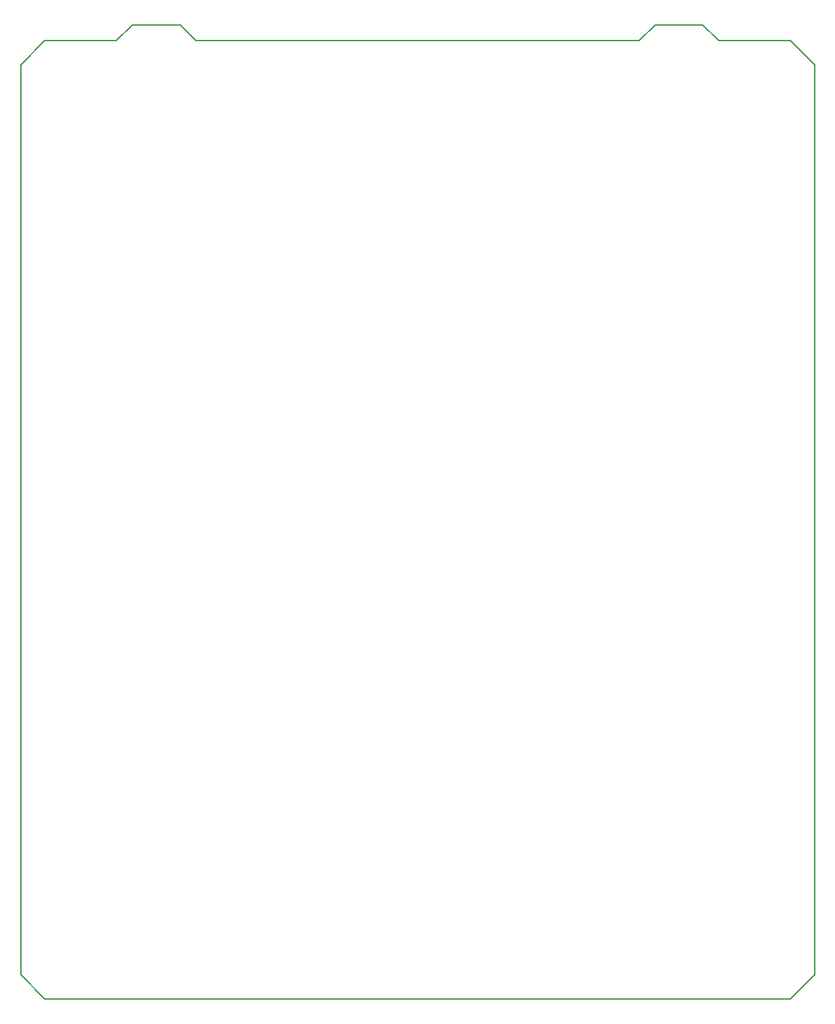
<source format=gm1>
G04 Layer_Color=16711935*
%FSLAX44Y44*%
%MOMM*%
G71*
G01*
G75*
%ADD46C,0.2000*%
D46*
X21000Y-154000D02*
X51000Y-184000D01*
X986000Y-184000D02*
X1016000Y-154000D01*
X986000Y1016000D02*
X1016000Y986000D01*
X21000D02*
X51000Y1016000D01*
X168000Y-184000D02*
X247999D01*
X310000D01*
X430000D01*
X986000D01*
X1016000Y-154000D02*
Y844000D01*
Y986000D01*
X723823Y1015993D02*
X750750Y1016000D01*
X397050D02*
X723823Y1015993D01*
X161000Y1036000D02*
X221000D01*
X21000Y844000D02*
Y986000D01*
Y-154000D02*
Y844000D01*
X51000Y-184000D02*
X168000D01*
X750750Y1016000D02*
X796000D01*
X876000Y1036000D02*
X896000Y1016000D01*
X986000D01*
X816000Y1036000D02*
X876000D01*
X796000Y1016000D02*
X816000Y1036000D01*
X141000Y1016000D02*
X161000Y1036000D01*
X51000Y1016000D02*
X141000D01*
X221000Y1036000D02*
X241000Y1016000D01*
X397050D01*
M02*

</source>
